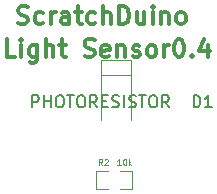
<source format=gbr>
G04 (created by PCBNEW (2013-may-18)-stable) date Пт 28 авг 2015 20:33:06*
%MOIN*%
G04 Gerber Fmt 3.4, Leading zero omitted, Abs format*
%FSLAX34Y34*%
G01*
G70*
G90*
G04 APERTURE LIST*
%ADD10C,0.00393701*%
%ADD11C,0.011811*%
%ADD12C,0.0039*%
%ADD13C,0.0043*%
%ADD14C,0.00590551*%
G04 APERTURE END LIST*
G54D10*
G54D11*
X8320Y-8039D02*
X8039Y-8039D01*
X8039Y-7448D01*
X8517Y-8039D02*
X8517Y-7645D01*
X8517Y-7448D02*
X8489Y-7476D01*
X8517Y-7504D01*
X8545Y-7476D01*
X8517Y-7448D01*
X8517Y-7504D01*
X9051Y-7645D02*
X9051Y-8123D01*
X9023Y-8179D01*
X8995Y-8207D01*
X8939Y-8235D01*
X8855Y-8235D01*
X8798Y-8207D01*
X9051Y-8010D02*
X8995Y-8039D01*
X8883Y-8039D01*
X8826Y-8010D01*
X8798Y-7982D01*
X8770Y-7926D01*
X8770Y-7757D01*
X8798Y-7701D01*
X8826Y-7673D01*
X8883Y-7645D01*
X8995Y-7645D01*
X9051Y-7673D01*
X9333Y-8039D02*
X9333Y-7448D01*
X9586Y-8039D02*
X9586Y-7729D01*
X9558Y-7673D01*
X9501Y-7645D01*
X9417Y-7645D01*
X9361Y-7673D01*
X9333Y-7701D01*
X9783Y-7645D02*
X10007Y-7645D01*
X9867Y-7448D02*
X9867Y-7954D01*
X9895Y-8010D01*
X9951Y-8039D01*
X10007Y-8039D01*
X10626Y-8010D02*
X10711Y-8039D01*
X10851Y-8039D01*
X10907Y-8010D01*
X10935Y-7982D01*
X10964Y-7926D01*
X10964Y-7870D01*
X10935Y-7814D01*
X10907Y-7785D01*
X10851Y-7757D01*
X10739Y-7729D01*
X10682Y-7701D01*
X10654Y-7673D01*
X10626Y-7617D01*
X10626Y-7560D01*
X10654Y-7504D01*
X10682Y-7476D01*
X10739Y-7448D01*
X10879Y-7448D01*
X10964Y-7476D01*
X11442Y-8010D02*
X11385Y-8039D01*
X11273Y-8039D01*
X11217Y-8010D01*
X11189Y-7954D01*
X11189Y-7729D01*
X11217Y-7673D01*
X11273Y-7645D01*
X11385Y-7645D01*
X11442Y-7673D01*
X11470Y-7729D01*
X11470Y-7785D01*
X11189Y-7842D01*
X11723Y-7645D02*
X11723Y-8039D01*
X11723Y-7701D02*
X11751Y-7673D01*
X11807Y-7645D01*
X11892Y-7645D01*
X11948Y-7673D01*
X11976Y-7729D01*
X11976Y-8039D01*
X12229Y-8010D02*
X12285Y-8039D01*
X12398Y-8039D01*
X12454Y-8010D01*
X12482Y-7954D01*
X12482Y-7926D01*
X12454Y-7870D01*
X12398Y-7842D01*
X12313Y-7842D01*
X12257Y-7814D01*
X12229Y-7757D01*
X12229Y-7729D01*
X12257Y-7673D01*
X12313Y-7645D01*
X12398Y-7645D01*
X12454Y-7673D01*
X12820Y-8039D02*
X12763Y-8010D01*
X12735Y-7982D01*
X12707Y-7926D01*
X12707Y-7757D01*
X12735Y-7701D01*
X12763Y-7673D01*
X12820Y-7645D01*
X12904Y-7645D01*
X12960Y-7673D01*
X12988Y-7701D01*
X13016Y-7757D01*
X13016Y-7926D01*
X12988Y-7982D01*
X12960Y-8010D01*
X12904Y-8039D01*
X12820Y-8039D01*
X13270Y-8039D02*
X13270Y-7645D01*
X13270Y-7757D02*
X13298Y-7701D01*
X13326Y-7673D01*
X13382Y-7645D01*
X13438Y-7645D01*
X13748Y-7448D02*
X13804Y-7448D01*
X13860Y-7476D01*
X13888Y-7504D01*
X13916Y-7560D01*
X13944Y-7673D01*
X13944Y-7814D01*
X13916Y-7926D01*
X13888Y-7982D01*
X13860Y-8010D01*
X13804Y-8039D01*
X13748Y-8039D01*
X13691Y-8010D01*
X13663Y-7982D01*
X13635Y-7926D01*
X13607Y-7814D01*
X13607Y-7673D01*
X13635Y-7560D01*
X13663Y-7504D01*
X13691Y-7476D01*
X13748Y-7448D01*
X14198Y-7982D02*
X14226Y-8010D01*
X14198Y-8039D01*
X14169Y-8010D01*
X14198Y-7982D01*
X14198Y-8039D01*
X14732Y-7645D02*
X14732Y-8039D01*
X14591Y-7420D02*
X14451Y-7842D01*
X14816Y-7842D01*
X8401Y-6910D02*
X8486Y-6939D01*
X8626Y-6939D01*
X8683Y-6910D01*
X8711Y-6882D01*
X8739Y-6826D01*
X8739Y-6770D01*
X8711Y-6714D01*
X8683Y-6685D01*
X8626Y-6657D01*
X8514Y-6629D01*
X8458Y-6601D01*
X8430Y-6573D01*
X8401Y-6517D01*
X8401Y-6460D01*
X8430Y-6404D01*
X8458Y-6376D01*
X8514Y-6348D01*
X8655Y-6348D01*
X8739Y-6376D01*
X9245Y-6910D02*
X9189Y-6939D01*
X9076Y-6939D01*
X9020Y-6910D01*
X8992Y-6882D01*
X8964Y-6826D01*
X8964Y-6657D01*
X8992Y-6601D01*
X9020Y-6573D01*
X9076Y-6545D01*
X9189Y-6545D01*
X9245Y-6573D01*
X9498Y-6939D02*
X9498Y-6545D01*
X9498Y-6657D02*
X9526Y-6601D01*
X9554Y-6573D01*
X9611Y-6545D01*
X9667Y-6545D01*
X10117Y-6939D02*
X10117Y-6629D01*
X10089Y-6573D01*
X10032Y-6545D01*
X9920Y-6545D01*
X9864Y-6573D01*
X10117Y-6910D02*
X10061Y-6939D01*
X9920Y-6939D01*
X9864Y-6910D01*
X9836Y-6854D01*
X9836Y-6798D01*
X9864Y-6742D01*
X9920Y-6714D01*
X10061Y-6714D01*
X10117Y-6685D01*
X10314Y-6545D02*
X10539Y-6545D01*
X10398Y-6348D02*
X10398Y-6854D01*
X10426Y-6910D01*
X10482Y-6939D01*
X10539Y-6939D01*
X10989Y-6910D02*
X10932Y-6939D01*
X10820Y-6939D01*
X10764Y-6910D01*
X10735Y-6882D01*
X10707Y-6826D01*
X10707Y-6657D01*
X10735Y-6601D01*
X10764Y-6573D01*
X10820Y-6545D01*
X10932Y-6545D01*
X10989Y-6573D01*
X11242Y-6939D02*
X11242Y-6348D01*
X11495Y-6939D02*
X11495Y-6629D01*
X11467Y-6573D01*
X11410Y-6545D01*
X11326Y-6545D01*
X11270Y-6573D01*
X11242Y-6601D01*
X11776Y-6939D02*
X11776Y-6348D01*
X11917Y-6348D01*
X12001Y-6376D01*
X12057Y-6432D01*
X12085Y-6489D01*
X12113Y-6601D01*
X12113Y-6685D01*
X12085Y-6798D01*
X12057Y-6854D01*
X12001Y-6910D01*
X11917Y-6939D01*
X11776Y-6939D01*
X12620Y-6545D02*
X12620Y-6939D01*
X12367Y-6545D02*
X12367Y-6854D01*
X12395Y-6910D01*
X12451Y-6939D01*
X12535Y-6939D01*
X12592Y-6910D01*
X12620Y-6882D01*
X12901Y-6939D02*
X12901Y-6545D01*
X12901Y-6348D02*
X12873Y-6376D01*
X12901Y-6404D01*
X12929Y-6376D01*
X12901Y-6348D01*
X12901Y-6404D01*
X13182Y-6545D02*
X13182Y-6939D01*
X13182Y-6601D02*
X13210Y-6573D01*
X13266Y-6545D01*
X13351Y-6545D01*
X13407Y-6573D01*
X13435Y-6629D01*
X13435Y-6939D01*
X13801Y-6939D02*
X13744Y-6910D01*
X13716Y-6882D01*
X13688Y-6826D01*
X13688Y-6657D01*
X13716Y-6601D01*
X13744Y-6573D01*
X13801Y-6545D01*
X13885Y-6545D01*
X13941Y-6573D01*
X13969Y-6601D01*
X13998Y-6657D01*
X13998Y-6826D01*
X13969Y-6882D01*
X13941Y-6910D01*
X13885Y-6939D01*
X13801Y-6939D01*
G54D12*
X11815Y-11827D02*
X12215Y-11827D01*
X12215Y-11827D02*
X12215Y-12427D01*
X12215Y-12427D02*
X11815Y-12427D01*
X11415Y-12427D02*
X11015Y-12427D01*
X11015Y-12427D02*
X11015Y-11827D01*
X11015Y-11827D02*
X11415Y-11827D01*
G54D10*
X11174Y-8641D02*
X12174Y-8641D01*
X12174Y-10141D02*
X12174Y-8141D01*
X12174Y-8141D02*
X11174Y-8141D01*
X11174Y-8141D02*
X11174Y-10141D01*
G54D13*
X11217Y-11629D02*
X11151Y-11535D01*
X11104Y-11629D02*
X11104Y-11432D01*
X11179Y-11432D01*
X11198Y-11442D01*
X11207Y-11451D01*
X11217Y-11470D01*
X11217Y-11498D01*
X11207Y-11517D01*
X11198Y-11526D01*
X11179Y-11535D01*
X11104Y-11535D01*
X11292Y-11451D02*
X11301Y-11442D01*
X11320Y-11432D01*
X11367Y-11432D01*
X11386Y-11442D01*
X11395Y-11451D01*
X11404Y-11470D01*
X11404Y-11489D01*
X11395Y-11517D01*
X11282Y-11629D01*
X11404Y-11629D01*
X11832Y-11629D02*
X11720Y-11629D01*
X11776Y-11629D02*
X11776Y-11432D01*
X11757Y-11460D01*
X11738Y-11479D01*
X11720Y-11489D01*
X11954Y-11432D02*
X11973Y-11432D01*
X11992Y-11442D01*
X12001Y-11451D01*
X12010Y-11470D01*
X12020Y-11507D01*
X12020Y-11554D01*
X12010Y-11592D01*
X12001Y-11610D01*
X11992Y-11620D01*
X11973Y-11629D01*
X11954Y-11629D01*
X11935Y-11620D01*
X11926Y-11610D01*
X11917Y-11592D01*
X11907Y-11554D01*
X11907Y-11507D01*
X11917Y-11470D01*
X11926Y-11451D01*
X11935Y-11442D01*
X11954Y-11432D01*
X12104Y-11629D02*
X12104Y-11432D01*
X12123Y-11554D02*
X12179Y-11629D01*
X12179Y-11498D02*
X12104Y-11573D01*
G54D14*
X14259Y-9709D02*
X14259Y-9315D01*
X14353Y-9315D01*
X14409Y-9334D01*
X14446Y-9371D01*
X14465Y-9409D01*
X14484Y-9484D01*
X14484Y-9540D01*
X14465Y-9615D01*
X14446Y-9653D01*
X14409Y-9690D01*
X14353Y-9709D01*
X14259Y-9709D01*
X14859Y-9709D02*
X14634Y-9709D01*
X14746Y-9709D02*
X14746Y-9315D01*
X14709Y-9371D01*
X14671Y-9409D01*
X14634Y-9428D01*
X8881Y-9709D02*
X8881Y-9315D01*
X9031Y-9315D01*
X9069Y-9334D01*
X9087Y-9353D01*
X9106Y-9390D01*
X9106Y-9446D01*
X9087Y-9484D01*
X9069Y-9503D01*
X9031Y-9521D01*
X8881Y-9521D01*
X9275Y-9709D02*
X9275Y-9315D01*
X9275Y-9503D02*
X9500Y-9503D01*
X9500Y-9709D02*
X9500Y-9315D01*
X9762Y-9315D02*
X9837Y-9315D01*
X9875Y-9334D01*
X9912Y-9371D01*
X9931Y-9446D01*
X9931Y-9578D01*
X9912Y-9653D01*
X9875Y-9690D01*
X9837Y-9709D01*
X9762Y-9709D01*
X9725Y-9690D01*
X9687Y-9653D01*
X9668Y-9578D01*
X9668Y-9446D01*
X9687Y-9371D01*
X9725Y-9334D01*
X9762Y-9315D01*
X10043Y-9315D02*
X10268Y-9315D01*
X10156Y-9709D02*
X10156Y-9315D01*
X10475Y-9315D02*
X10550Y-9315D01*
X10587Y-9334D01*
X10625Y-9371D01*
X10643Y-9446D01*
X10643Y-9578D01*
X10625Y-9653D01*
X10587Y-9690D01*
X10550Y-9709D01*
X10475Y-9709D01*
X10437Y-9690D01*
X10400Y-9653D01*
X10381Y-9578D01*
X10381Y-9446D01*
X10400Y-9371D01*
X10437Y-9334D01*
X10475Y-9315D01*
X11037Y-9709D02*
X10906Y-9521D01*
X10812Y-9709D02*
X10812Y-9315D01*
X10962Y-9315D01*
X11000Y-9334D01*
X11018Y-9353D01*
X11037Y-9390D01*
X11037Y-9446D01*
X11018Y-9484D01*
X11000Y-9503D01*
X10962Y-9521D01*
X10812Y-9521D01*
X11206Y-9503D02*
X11337Y-9503D01*
X11393Y-9709D02*
X11206Y-9709D01*
X11206Y-9315D01*
X11393Y-9315D01*
X11543Y-9690D02*
X11599Y-9709D01*
X11693Y-9709D01*
X11731Y-9690D01*
X11749Y-9671D01*
X11768Y-9634D01*
X11768Y-9596D01*
X11749Y-9559D01*
X11731Y-9540D01*
X11693Y-9521D01*
X11618Y-9503D01*
X11581Y-9484D01*
X11562Y-9465D01*
X11543Y-9428D01*
X11543Y-9390D01*
X11562Y-9353D01*
X11581Y-9334D01*
X11618Y-9315D01*
X11712Y-9315D01*
X11768Y-9334D01*
X11937Y-9709D02*
X11937Y-9315D01*
X12106Y-9690D02*
X12162Y-9709D01*
X12256Y-9709D01*
X12293Y-9690D01*
X12312Y-9671D01*
X12331Y-9634D01*
X12331Y-9596D01*
X12312Y-9559D01*
X12293Y-9540D01*
X12256Y-9521D01*
X12181Y-9503D01*
X12143Y-9484D01*
X12124Y-9465D01*
X12106Y-9428D01*
X12106Y-9390D01*
X12124Y-9353D01*
X12143Y-9334D01*
X12181Y-9315D01*
X12274Y-9315D01*
X12331Y-9334D01*
X12443Y-9315D02*
X12668Y-9315D01*
X12556Y-9709D02*
X12556Y-9315D01*
X12874Y-9315D02*
X12949Y-9315D01*
X12987Y-9334D01*
X13024Y-9371D01*
X13043Y-9446D01*
X13043Y-9578D01*
X13024Y-9653D01*
X12987Y-9690D01*
X12949Y-9709D01*
X12874Y-9709D01*
X12837Y-9690D01*
X12799Y-9653D01*
X12781Y-9578D01*
X12781Y-9446D01*
X12799Y-9371D01*
X12837Y-9334D01*
X12874Y-9315D01*
X13437Y-9709D02*
X13305Y-9521D01*
X13212Y-9709D02*
X13212Y-9315D01*
X13362Y-9315D01*
X13399Y-9334D01*
X13418Y-9353D01*
X13437Y-9390D01*
X13437Y-9446D01*
X13418Y-9484D01*
X13399Y-9503D01*
X13362Y-9521D01*
X13212Y-9521D01*
M02*

</source>
